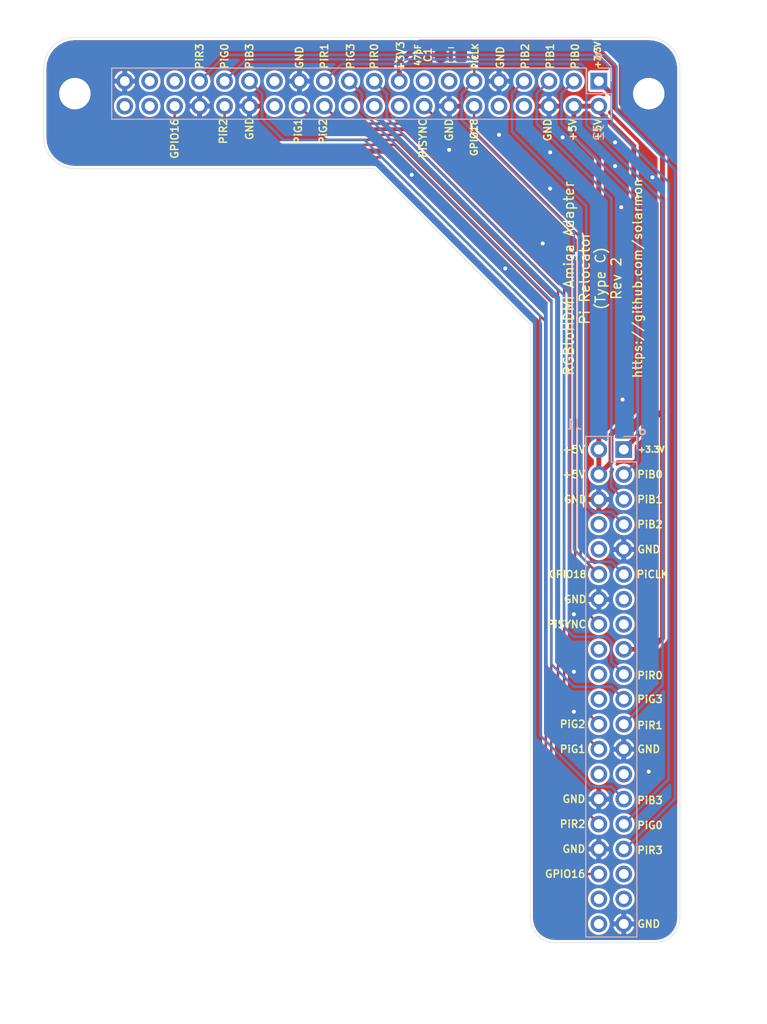
<source format=kicad_pcb>
(kicad_pcb (version 20171130) (host pcbnew "(5.1.9)-1")
  (title_block (title "RGBtoHDMI Amiga Adapter - Pi Relocator Type C Rev 2") (date 2021-02-23) (rev 2))
  (layers (0 F.Cu signal) (31 B.Cu signal) (34 B.Paste user) (35 F.Paste user) (36 B.SilkS user) (37 F.SilkS user) (38 B.Mask user) (39 F.Mask user) (44 Edge.Cuts user))
  (net 0 "")
  (net 1 GND)
  (net 2 "Net-(J1-Pad40)")
  (net 3 "Net-(J1-Pad38)")
  (net 4 "Net-(J1-Pad37)")
  (net 5 "Net-(J1-Pad35)")
  (net 6 "Net-(J1-Pad28)")
  (net 7 "Net-(J1-Pad27)")
  (net 8 "Net-(J1-Pad22)")
  (net 9 "Net-(J1-Pad20)")
  (net 10 "Net-(J1-Pad18)")
  (net 11 "Net-(J1-Pad10)")
  (net 12 "Net-(J1-Pad8)")
  (net 13 "Net-(J2-Pad40)")
  (net 14 "Net-(J2-Pad38)")
  (net 15 "Net-(J2-Pad37)")
  (net 16 "Net-(J2-Pad35)")
  (net 17 "Net-(J2-Pad28)")
  (net 18 "Net-(J2-Pad27)")
  (net 19 "Net-(J2-Pad22)")
  (net 20 "Net-(J2-Pad20)")
  (net 21 "Net-(J2-Pad18)")
  (net 22 "Net-(J2-Pad15)")
  (net 23 "Net-(J2-Pad13)")
  (net 24 "Net-(J2-Pad10)")
  (net 25 "Net-(J2-Pad8)")
  (net 26 "Net-(J1-Pad15)")
  (net 27 "Net-(J1-Pad13)")
  (net 28 +5V)
  (net 29 GPIO16)
  (net 30 PiR3)
  (net 31 PiR2)
  (net 32 PiG0)
  (net 33 PiB3)
  (net 34 PiG1)
  (net 35 PiG2)
  (net 36 PiR1)
  (net 37 PiG3)
  (net 38 PiR0)
  (net 39 PiSYNC)
  (net 40 GPIO18)
  (net 41 PiCLK)
  (net 42 PiB2)
  (net 43 PiB1)
  (net 44 PiB0)
  (net 45 +3V3)
  (module Capacitor_SMD:C_0805_2012Metric_Pad1.18x1.45mm_HandSolder (layer F.Cu) (at 117.6655 67.818)
    (fp_text reference C1 (at -2.3495 0 90) (layer F.SilkS) (effects (font (size 0.75 0.75))))
    (fp_text value 47pF (at -3.3655 0 90) (layer F.SilkS) (effects (font (size 0.6 0.6))))
    (fp_line (start -0.261252 -0.735) (end 0.261252 -0.735) (layer F.SilkS) (width 0.12))
    (fp_line (start -0.261252 0.735) (end 0.261252 0.735) (layer F.SilkS) (width 0.12))
    (pad 2 smd roundrect (at 1.0375 0) (size 1.175 1.45) (layers F.Cu F.Paste F.Mask) (roundrect_rratio 0.2127659574468085) (net 41 PiCLK))
    (pad 1 smd roundrect (at -1.0375 0) (size 1.175 1.45) (layers F.Cu F.Paste F.Mask) (roundrect_rratio 0.2127659574468085) (net 1 GND))
  )
  (module Connector_PinSocket_2.54mm:PinSocket_2x20_P2.54mm_Vertical (layer B.Cu) (at 132.715 70.485 90)
    (fp_text reference J2 (at -5.207 0 90) (layer B.SilkS) (effects (justify mirror)))
    (fp_text value Conn_02x20_Odd_Even hide)
    (fp_line (start -3.87 1.27) (end -1.27 1.27) (layer B.SilkS) (width 0.12))
    (fp_line (start -3.87 1.27) (end -3.87 -49.59) (layer B.SilkS) (width 0.12))
    (fp_line (start -3.87 -49.59) (end 1.33 -49.59) (layer B.SilkS) (width 0.12))
    (fp_line (start 1.33 -1.27) (end 1.33 -49.59) (layer B.SilkS) (width 0.12))
    (fp_line (start -1.27 -1.27) (end 1.33 -1.27) (layer B.SilkS) (width 0.12))
    (fp_line (start -1.27 1.27) (end -1.27 -1.27) (layer B.SilkS) (width 0.12))
    (fp_line (start 1.33 1.27) (end 1.33 -0.06) (layer B.SilkS) (width 0.12))
    (fp_line (start 0 1.27) (end 1.33 1.27) (layer B.SilkS) (width 0.12))
    (pad 40 thru_hole oval (at -2.54 -48.26 90) (size 1.7 1.7) (drill 1) (layers *.Cu *.Mask) (net 13 "Net-(J2-Pad40)"))
    (pad 39 thru_hole oval (at 0 -48.26 90) (size 1.7 1.7) (drill 1) (layers *.Cu *.Mask) (net 1 GND))
    (pad 38 thru_hole oval (at -2.54 -45.72 90) (size 1.7 1.7) (drill 1) (layers *.Cu *.Mask) (net 14 "Net-(J2-Pad38)"))
    (pad 37 thru_hole oval (at 0 -45.72 90) (size 1.7 1.7) (drill 1) (layers *.Cu *.Mask) (net 15 "Net-(J2-Pad37)"))
    (pad 36 thru_hole oval (at -2.54 -43.18 90) (size 1.7 1.7) (drill 1) (layers *.Cu *.Mask) (net 29 GPIO16))
    (pad 35 thru_hole oval (at 0 -43.18 90) (size 1.7 1.7) (drill 1) (layers *.Cu *.Mask) (net 16 "Net-(J2-Pad35)"))
    (pad 34 thru_hole oval (at -2.54 -40.64 90) (size 1.7 1.7) (drill 1) (layers *.Cu *.Mask) (net 1 GND))
    (pad 33 thru_hole oval (at 0 -40.64 90) (size 1.7 1.7) (drill 1) (layers *.Cu *.Mask) (net 30 PiR3))
    (pad 32 thru_hole oval (at -2.54 -38.1 90) (size 1.7 1.7) (drill 1) (layers *.Cu *.Mask) (net 31 PiR2))
    (pad 31 thru_hole oval (at 0 -38.1 90) (size 1.7 1.7) (drill 1) (layers *.Cu *.Mask) (net 32 PiG0))
    (pad 30 thru_hole oval (at -2.54 -35.56 90) (size 1.7 1.7) (drill 1) (layers *.Cu *.Mask) (net 1 GND))
    (pad 29 thru_hole oval (at 0 -35.56 90) (size 1.7 1.7) (drill 1) (layers *.Cu *.Mask) (net 33 PiB3))
    (pad 28 thru_hole oval (at -2.54 -33.02 90) (size 1.7 1.7) (drill 1) (layers *.Cu *.Mask) (net 17 "Net-(J2-Pad28)"))
    (pad 27 thru_hole oval (at 0 -33.02 90) (size 1.7 1.7) (drill 1) (layers *.Cu *.Mask) (net 18 "Net-(J2-Pad27)"))
    (pad 26 thru_hole oval (at -2.54 -30.48 90) (size 1.7 1.7) (drill 1) (layers *.Cu *.Mask) (net 34 PiG1))
    (pad 25 thru_hole oval (at 0 -30.48 90) (size 1.7 1.7) (drill 1) (layers *.Cu *.Mask) (net 1 GND))
    (pad 24 thru_hole oval (at -2.54 -27.94 90) (size 1.7 1.7) (drill 1) (layers *.Cu *.Mask) (net 35 PiG2))
    (pad 23 thru_hole oval (at 0 -27.94 90) (size 1.7 1.7) (drill 1) (layers *.Cu *.Mask) (net 36 PiR1))
    (pad 22 thru_hole oval (at -2.54 -25.4 90) (size 1.7 1.7) (drill 1) (layers *.Cu *.Mask) (net 19 "Net-(J2-Pad22)"))
    (pad 21 thru_hole oval (at 0 -25.4 90) (size 1.7 1.7) (drill 1) (layers *.Cu *.Mask) (net 37 PiG3))
    (pad 20 thru_hole oval (at -2.54 -22.86 90) (size 1.7 1.7) (drill 1) (layers *.Cu *.Mask) (net 20 "Net-(J2-Pad20)"))
    (pad 19 thru_hole oval (at 0 -22.86 90) (size 1.7 1.7) (drill 1) (layers *.Cu *.Mask) (net 38 PiR0))
    (pad 18 thru_hole oval (at -2.54 -20.32 90) (size 1.7 1.7) (drill 1) (layers *.Cu *.Mask) (net 21 "Net-(J2-Pad18)"))
    (pad 17 thru_hole oval (at 0 -20.32 90) (size 1.7 1.7) (drill 1) (layers *.Cu *.Mask) (net 45 +3V3))
    (pad 16 thru_hole oval (at -2.54 -17.78 90) (size 1.7 1.7) (drill 1) (layers *.Cu *.Mask) (net 39 PiSYNC))
    (pad 15 thru_hole oval (at 0 -17.78 90) (size 1.7 1.7) (drill 1) (layers *.Cu *.Mask) (net 22 "Net-(J2-Pad15)"))
    (pad 14 thru_hole oval (at -2.54 -15.24 90) (size 1.7 1.7) (drill 1) (layers *.Cu *.Mask) (net 1 GND))
    (pad 13 thru_hole oval (at 0 -15.24 90) (size 1.7 1.7) (drill 1) (layers *.Cu *.Mask) (net 23 "Net-(J2-Pad13)"))
    (pad 12 thru_hole oval (at -2.54 -12.7 90) (size 1.7 1.7) (drill 1) (layers *.Cu *.Mask) (net 40 GPIO18))
    (pad 11 thru_hole oval (at 0 -12.7 90) (size 1.7 1.7) (drill 1) (layers *.Cu *.Mask) (net 41 PiCLK))
    (pad 10 thru_hole oval (at -2.54 -10.16 90) (size 1.7 1.7) (drill 1) (layers *.Cu *.Mask) (net 24 "Net-(J2-Pad10)"))
    (pad 9 thru_hole oval (at 0 -10.16 90) (size 1.7 1.7) (drill 1) (layers *.Cu *.Mask) (net 1 GND))
    (pad 8 thru_hole oval (at -2.54 -7.62 90) (size 1.7 1.7) (drill 1) (layers *.Cu *.Mask) (net 25 "Net-(J2-Pad8)"))
    (pad 7 thru_hole oval (at 0 -7.62 90) (size 1.7 1.7) (drill 1) (layers *.Cu *.Mask) (net 42 PiB2))
    (pad 6 thru_hole oval (at -2.54 -5.08 90) (size 1.7 1.7) (drill 1) (layers *.Cu *.Mask) (net 1 GND))
    (pad 5 thru_hole oval (at 0 -5.08 90) (size 1.7 1.7) (drill 1) (layers *.Cu *.Mask) (net 43 PiB1))
    (pad 4 thru_hole oval (at -2.54 -2.54 90) (size 1.7 1.7) (drill 1) (layers *.Cu *.Mask) (net 28 +5V))
    (pad 3 thru_hole oval (at 0 -2.54 90) (size 1.7 1.7) (drill 1) (layers *.Cu *.Mask) (net 44 PiB0))
    (pad 2 thru_hole oval (at -2.54 0 90) (size 1.7 1.7) (drill 1) (layers *.Cu *.Mask) (net 28 +5V))
    (pad 1 thru_hole rect (at 0 0 90) (size 1.7 1.7) (drill 1) (layers *.Cu *.Mask) (net 45 +3V3))
  )
  (module MountingHole:MountingHole_3.2mm_M3_ISO7380_Pad (layer F.Cu) (at 137.795 71.755)
    (fp_text reference H2 hide)
    (fp_text value MountingHole_Pad hide)
    (pad 1 thru_hole circle (at 0 0) (size 5.7 5.7) (drill 3.2) (layers *.Cu *.Mask) (net 1 GND))
  )
  (module MountingHole:MountingHole_3.2mm_M3_ISO7380_Pad (layer F.Cu) (at 79.375 71.755)
    (fp_text reference H1 hide)
    (fp_text value MountingHole_Pad hide)
    (pad 1 thru_hole circle (at 0 0) (size 5.7 5.7) (drill 3.2) (layers *.Cu *.Mask) (net 1 GND))
  )
  (module Connector_PinHeader_2.54mm:PinHeader_2x20_P2.54mm_Vertical (layer B.Cu) (at 135.255 107.95 180)
    (fp_text reference J1 (at 5.08 2.54) (layer B.SilkS) (effects (justify mirror)))
    (fp_text value Conn_02x20_Odd_Even)
    (fp_line (start -1.33 -49.59) (end 3.87 -49.59) (layer B.SilkS) (width 0.12))
    (fp_line (start -1.33 -1.27) (end -1.33 -49.59) (layer B.SilkS) (width 0.12))
    (fp_line (start 3.87 1.33) (end 3.87 -49.59) (layer B.SilkS) (width 0.12))
    (fp_line (start -1.33 -1.27) (end 1.27 -1.27) (layer B.SilkS) (width 0.12))
    (fp_line (start 1.27 -1.27) (end 1.27 1.33) (layer B.SilkS) (width 0.12))
    (fp_line (start 1.27 1.33) (end 3.87 1.33) (layer B.SilkS) (width 0.12))
    (fp_line (start -1.33 0) (end -1.33 1.33) (layer B.SilkS) (width 0.12))
    (fp_line (start -1.33 1.33) (end 0 1.33) (layer B.SilkS) (width 0.12))
    (pad 40 thru_hole oval (at 2.54 -48.26 180) (size 1.7 1.7) (drill 1) (layers *.Cu *.Mask) (net 2 "Net-(J1-Pad40)"))
    (pad 39 thru_hole oval (at 0 -48.26 180) (size 1.7 1.7) (drill 1) (layers *.Cu *.Mask) (net 1 GND))
    (pad 38 thru_hole oval (at 2.54 -45.72 180) (size 1.7 1.7) (drill 1) (layers *.Cu *.Mask) (net 3 "Net-(J1-Pad38)"))
    (pad 37 thru_hole oval (at 0 -45.72 180) (size 1.7 1.7) (drill 1) (layers *.Cu *.Mask) (net 4 "Net-(J1-Pad37)"))
    (pad 36 thru_hole oval (at 2.54 -43.18 180) (size 1.7 1.7) (drill 1) (layers *.Cu *.Mask) (net 29 GPIO16))
    (pad 35 thru_hole oval (at 0 -43.18 180) (size 1.7 1.7) (drill 1) (layers *.Cu *.Mask) (net 5 "Net-(J1-Pad35)"))
    (pad 34 thru_hole oval (at 2.54 -40.64 180) (size 1.7 1.7) (drill 1) (layers *.Cu *.Mask) (net 1 GND))
    (pad 33 thru_hole oval (at 0 -40.64 180) (size 1.7 1.7) (drill 1) (layers *.Cu *.Mask) (net 30 PiR3))
    (pad 32 thru_hole oval (at 2.54 -38.1 180) (size 1.7 1.7) (drill 1) (layers *.Cu *.Mask) (net 31 PiR2))
    (pad 31 thru_hole oval (at 0 -38.1 180) (size 1.7 1.7) (drill 1) (layers *.Cu *.Mask) (net 32 PiG0))
    (pad 30 thru_hole oval (at 2.54 -35.56 180) (size 1.7 1.7) (drill 1) (layers *.Cu *.Mask) (net 1 GND))
    (pad 29 thru_hole oval (at 0 -35.56 180) (size 1.7 1.7) (drill 1) (layers *.Cu *.Mask) (net 33 PiB3))
    (pad 28 thru_hole oval (at 2.54 -33.02 180) (size 1.7 1.7) (drill 1) (layers *.Cu *.Mask) (net 6 "Net-(J1-Pad28)"))
    (pad 27 thru_hole oval (at 0 -33.02 180) (size 1.7 1.7) (drill 1) (layers *.Cu *.Mask) (net 7 "Net-(J1-Pad27)"))
    (pad 26 thru_hole oval (at 2.54 -30.48 180) (size 1.7 1.7) (drill 1) (layers *.Cu *.Mask) (net 34 PiG1))
    (pad 25 thru_hole oval (at 0 -30.48 180) (size 1.7 1.7) (drill 1) (layers *.Cu *.Mask) (net 1 GND))
    (pad 24 thru_hole oval (at 2.54 -27.94 180) (size 1.7 1.7) (drill 1) (layers *.Cu *.Mask) (net 35 PiG2))
    (pad 23 thru_hole oval (at 0 -27.94 180) (size 1.7 1.7) (drill 1) (layers *.Cu *.Mask) (net 36 PiR1))
    (pad 22 thru_hole oval (at 2.54 -25.4 180) (size 1.7 1.7) (drill 1) (layers *.Cu *.Mask) (net 8 "Net-(J1-Pad22)"))
    (pad 21 thru_hole oval (at 0 -25.4 180) (size 1.7 1.7) (drill 1) (layers *.Cu *.Mask) (net 37 PiG3))
    (pad 20 thru_hole oval (at 2.54 -22.86 180) (size 1.7 1.7) (drill 1) (layers *.Cu *.Mask) (net 9 "Net-(J1-Pad20)"))
    (pad 19 thru_hole oval (at 0 -22.86 180) (size 1.7 1.7) (drill 1) (layers *.Cu *.Mask) (net 38 PiR0))
    (pad 18 thru_hole oval (at 2.54 -20.32 180) (size 1.7 1.7) (drill 1) (layers *.Cu *.Mask) (net 10 "Net-(J1-Pad18)"))
    (pad 17 thru_hole oval (at 0 -20.32 180) (size 1.7 1.7) (drill 1) (layers *.Cu *.Mask) (net 45 +3V3))
    (pad 16 thru_hole oval (at 2.54 -17.78 180) (size 1.7 1.7) (drill 1) (layers *.Cu *.Mask) (net 39 PiSYNC))
    (pad 15 thru_hole oval (at 0 -17.78 180) (size 1.7 1.7) (drill 1) (layers *.Cu *.Mask) (net 26 "Net-(J1-Pad15)"))
    (pad 14 thru_hole oval (at 2.54 -15.24 180) (size 1.7 1.7) (drill 1) (layers *.Cu *.Mask) (net 1 GND))
    (pad 13 thru_hole oval (at 0 -15.24 180) (size 1.7 1.7) (drill 1) (layers *.Cu *.Mask) (net 27 "Net-(J1-Pad13)"))
    (pad 12 thru_hole oval (at 2.54 -12.7 180) (size 1.7 1.7) (drill 1) (layers *.Cu *.Mask) (net 40 GPIO18))
    (pad 11 thru_hole oval (at 0 -12.7 180) (size 1.7 1.7) (drill 1) (layers *.Cu *.Mask) (net 41 PiCLK))
    (pad 10 thru_hole oval (at 2.54 -10.16 180) (size 1.7 1.7) (drill 1) (layers *.Cu *.Mask) (net 11 "Net-(J1-Pad10)"))
    (pad 9 thru_hole oval (at 0 -10.16 180) (size 1.7 1.7) (drill 1) (layers *.Cu *.Mask) (net 1 GND))
    (pad 8 thru_hole oval (at 2.54 -7.62 180) (size 1.7 1.7) (drill 1) (layers *.Cu *.Mask) (net 12 "Net-(J1-Pad8)"))
    (pad 7 thru_hole oval (at 0 -7.62 180) (size 1.7 1.7) (drill 1) (layers *.Cu *.Mask) (net 42 PiB2))
    (pad 6 thru_hole oval (at 2.54 -5.08 180) (size 1.7 1.7) (drill 1) (layers *.Cu *.Mask) (net 1 GND))
    (pad 5 thru_hole oval (at 0 -5.08 180) (size 1.7 1.7) (drill 1) (layers *.Cu *.Mask) (net 43 PiB1))
    (pad 4 thru_hole oval (at 2.54 -2.54 180) (size 1.7 1.7) (drill 1) (layers *.Cu *.Mask) (net 28 +5V))
    (pad 3 thru_hole oval (at 0 -2.54 180) (size 1.7 1.7) (drill 1) (layers *.Cu *.Mask) (net 44 PiB0))
    (pad 2 thru_hole oval (at 2.54 0 180) (size 1.7 1.7) (drill 1) (layers *.Cu *.Mask) (net 28 +5V))
    (pad 1 thru_hole rect (at 0 0 180) (size 1.7 1.7) (drill 1) (layers *.Cu *.Mask) (net 45 +3V3))
  )
  (gr_text +3V3 (at 112.522 67.945 90) (layer F.SilkS) (effects (font (size 0.75 0.75))))
  (gr_text +3.3V (at 138.049 107.95) (layer F.SilkS) (effects (font (size 0.6 0.6))))
  (gr_text GND (at 130.302 123.19) (layer F.SilkS) (effects (font (size 0.75 0.75))))
  (gr_text GND (at 137.795 138.43) (layer F.SilkS) (effects (font (size 0.75 0.75))))
  (gr_text GND (at 130.175 143.51) (layer F.SilkS) (effects (font (size 0.75 0.75))))
  (gr_text GND (at 137.795 156.21) (layer F.SilkS) (effects (font (size 0.75 0.75))))
  (gr_text GND (at 130.175 148.59) (layer F.SilkS) (effects (font (size 0.75 0.75))))
  (gr_text GND (at 102.235 68.072 90) (layer F.SilkS) (effects (font (size 0.75 0.75))))
  (gr_text GND (at 97.155 75.311 90) (layer F.SilkS) (effects (font (size 0.75 0.75))))
  (gr_text GND (at 117.475 75.438 90) (layer F.SilkS) (effects (font (size 0.75 0.75))))
  (gr_text +3.3V (at 132.588 67.818 90) (layer F.SilkS) (effects (font (size 0.6 0.6))))
  (gr_line (start 109.855 79.375) (end 125.73 95.25) (layer Edge.Cuts) (width 0.05))
  (gr_text GPIO16 (at 89.535 76.327 90) (layer F.SilkS) (effects (font (size 0.75 0.75))))
  (gr_line (start 76.2 69.215) (end 76.2 76.2) (layer Edge.Cuts) (width 0.05))
  (gr_arc (start 79.375 76.2) (end 76.2 76.2) (angle -90) (layer Edge.Cuts) (width 0.05))
  (gr_line (start 109.855 79.375) (end 79.375 79.375) (layer Edge.Cuts) (width 0.05))
  (gr_text GND (at 127.508 75.438 90) (layer F.SilkS) (effects (font (size 0.75 0.75))))
  (gr_text +5V (at 130.048 75.438 90) (layer F.SilkS) (effects (font (size 0.75 0.75))))
  (gr_text +5V (at 132.588 75.438 90) (layer F.SilkS) (effects (font (size 0.75 0.75))))
  (gr_text GPIO18 (at 120.015 76.2 90) (layer F.SilkS) (effects (font (size 0.7 0.7))))
  (gr_text PiSYNC (at 114.808 76.295143 90) (layer F.SilkS) (effects (font (size 0.75 0.75))))
  (gr_text PiG2 (at 104.648 75.580857 90) (layer F.SilkS) (effects (font (size 0.75 0.75))))
  (gr_text PiG1 (at 102.108 75.580857 90) (layer F.SilkS) (effects (font (size 0.75 0.75))))
  (gr_text PiR2 (at 94.488 75.580857 90) (layer F.SilkS) (effects (font (size 0.75 0.75))))
  (gr_text PiB0 (at 130.302 67.945 90) (layer F.SilkS) (effects (font (size 0.75 0.75))))
  (gr_text PiB1 (at 127.762 67.945 90) (layer F.SilkS) (effects (font (size 0.75 0.75))))
  (gr_text PiCLK (at 120.142 67.945 90) (layer F.SilkS) (effects (font (size 0.6 0.6))))
  (gr_text GND (at 122.682 68.087858 90) (layer F.SilkS) (effects (font (size 0.75 0.75))))
  (gr_text PiB2 (at 125.222 67.945 90) (layer F.SilkS) (effects (font (size 0.75 0.75))))
  (gr_text PiR3 (at 92.075 67.945 90) (layer F.SilkS) (effects (font (size 0.75 0.75))))
  (gr_text PiR1 (at 104.775 67.945 90) (layer F.SilkS) (effects (font (size 0.75 0.75))))
  (gr_text PiR0 (at 109.855 67.945 90) (layer F.SilkS) (effects (font (size 0.75 0.75))))
  (gr_text PiG3 (at 107.442 67.945 90) (layer F.SilkS) (effects (font (size 0.75 0.75))))
  (gr_text PiG0 (at 94.615 67.945 90) (layer F.SilkS) (effects (font (size 0.75 0.75))))
  (gr_text PiB3 (at 97.155 67.945 90) (layer F.SilkS) (effects (font (size 0.75 0.75))))
  (gr_text GPIO16 (at 129.286 151.13) (layer F.SilkS) (effects (font (size 0.75 0.75))))
  (gr_text PiR3 (at 137.922 148.717) (layer F.SilkS) (effects (font (size 0.75 0.75))))
  (gr_text PiR2 (at 130.048 146.05) (layer F.SilkS) (effects (font (size 0.75 0.75))))
  (gr_text PiG0 (at 137.922 146.177) (layer F.SilkS) (effects (font (size 0.75 0.75))))
  (gr_text PiB3 (at 137.922 143.637) (layer F.SilkS) (effects (font (size 0.75 0.75))))
  (gr_text PiG1 (at 130.048 138.43) (layer F.SilkS) (effects (font (size 0.75 0.75))))
  (gr_text PiG2 (at 130.048 135.89) (layer F.SilkS) (effects (font (size 0.75 0.75))))
  (gr_text PiR1 (at 137.922 136.017) (layer F.SilkS) (effects (font (size 0.75 0.75))))
  (gr_text PiG3 (at 137.922 133.35) (layer F.SilkS) (effects (font (size 0.75 0.75))))
  (gr_text PiR0 (at 137.922 130.937) (layer F.SilkS) (effects (font (size 0.75 0.75))))
  (gr_text PiSYNC (at 129.413 125.73) (layer F.SilkS) (effects (font (size 0.75 0.75))))
  (gr_text GPIO18 (at 129.54 120.65) (layer F.SilkS) (effects (font (size 0.7 0.7))))
  (gr_text PiCLK (at 138.176 120.65) (layer F.SilkS) (effects (font (size 0.75 0.75))))
  (gr_text GND (at 137.795 118.11) (layer F.SilkS) (effects (font (size 0.75 0.75))))
  (gr_text PiB2 (at 137.922 115.57) (layer F.SilkS) (effects (font (size 0.75 0.75))))
  (gr_text PiB0 (at 137.922 110.49) (layer F.SilkS) (effects (font (size 0.75 0.75))))
  (gr_text PiB1 (at 137.922 113.03) (layer F.SilkS) (effects (font (size 0.75 0.75))))
  (gr_text GND (at 130.302 113.03) (layer F.SilkS) (effects (font (size 0.75 0.75))))
  (gr_text +5V (at 130.175 110.49) (layer F.SilkS) (effects (font (size 0.75 0.75))))
  (gr_text +5V (at 130.175 107.95) (layer F.SilkS) (effects (font (size 0.75 0.75))))
  (gr_circle (center 132.715 67.945) (end 132.969 67.945) (layer B.SilkS) (width 0.2))
  (gr_arc (start 128.27 155.575) (end 125.73 155.575) (angle -90) (layer Edge.Cuts) (width 0.05))
  (gr_line (start 128.27 158.115) (end 138.43 158.115) (layer Edge.Cuts) (width 0.05))
  (gr_line (start 125.73 95.25) (end 125.73 155.575) (layer Edge.Cuts) (width 0.05))
  (gr_line (start 137.795 66.04) (end 79.375 66.04) (layer Edge.Cuts) (width 0.05))
  (gr_arc (start 79.375 69.215) (end 79.375 66.04) (angle -90) (layer Edge.Cuts) (width 0.05))
  (gr_text https://github.com/solarmon (at 136.652 90.551 90) (layer F.SilkS) (effects (font (size 0.9 0.9))))
  (gr_circle (center 137.16 106.172) (end 137.414 106.172) (layer B.SilkS) (width 0.2))
  (gr_text "RGBtoHDMI Amiga Adapter\nPi Relocator\n(Type C)\nRev 2" (at 132.08 90.551 90) (layer F.SilkS) (effects (font (size 1 1))))
  (gr_arc (start 137.795 69.215) (end 140.97 69.215) (angle -90) (layer Edge.Cuts) (width 0.05))
  (gr_arc (start 138.43 155.575) (end 138.43 158.115) (angle -90) (layer Edge.Cuts) (width 0.05))
  (gr_line (start 140.97 155.575) (end 140.97 69.215) (layer Edge.Cuts) (width 0.05))
  (via (at 130.175 134.62) (size 0.8) (drill 0.4) (layers F.Cu B.Cu) (net 1))
  (via (at 130.175 124.714) (size 0.8) (drill 0.4) (layers F.Cu B.Cu) (net 1))
  (via (at 135.128 102.87) (size 1) (drill 0.4) (layers F.Cu B.Cu) (net 1))
  (via (at 127 86.995) (size 1) (drill 0.4) (layers F.Cu B.Cu) (net 1))
  (via (at 117.475 77.47) (size 1) (drill 0.4) (layers F.Cu B.Cu) (net 1))
  (via (at 135.001 83.312) (size 1) (drill 0.4) (layers F.Cu B.Cu) (net 1))
  (via (at 137.795 140.716) (size 1) (drill 0.4) (layers F.Cu B.Cu) (net 1))
  (via (at 123.19 89.535) (size 0.8) (drill 0.4) (layers F.Cu B.Cu) (net 1))
  (via (at 113.665 80.01) (size 0.8) (drill 0.4) (layers F.Cu B.Cu) (net 1))
  (via (at 127.762 77.724) (size 0.8) (drill 0.4) (layers F.Cu B.Cu) (net 1))
  (via (at 134.366 76.708) (size 0.8) (drill 0.4) (layers F.Cu B.Cu) (net 1))
  (via (at 138.176 80.264) (size 0.8) (drill 0.4) (layers F.Cu B.Cu) (net 1))
  (via (at 129.032 76.2) (size 0.8) (drill 0.4) (layers F.Cu B.Cu) (net 1))
  (via (at 122.555 75.946) (size 0.8) (drill 0.4) (layers F.Cu B.Cu) (net 1))
  (via (at 127.762 81.407) (size 0.8) (drill 0.4) (layers F.Cu B.Cu) (net 1))
  (via (at 130.175 130.556) (size 0.8) (drill 0.4) (layers F.Cu B.Cu) (net 1))
  (via (at 134.366 79.121) (size 0.8) (drill 0.4) (layers F.Cu B.Cu) (net 1))
  (segment (start 132.715 107.95) (end 132.715 110.49) (width 0.5) (layer F.Cu) (net 28))
  (segment (start 132.715 73.025) (end 130.175 73.025) (width 0.5) (layer F.Cu) (net 28))
  (segment (start 130.175 75.565) (end 130.175 73.025) (width 0.5) (layer F.Cu) (net 28))
  (segment (start 132.715 78.105) (end 130.175 75.565) (width 0.5) (layer F.Cu) (net 28))
  (segment (start 132.715 107.95) (end 132.715 78.105) (width 0.5) (layer F.Cu) (net 28))
  (segment (start 132.715 73.533) (end 132.715 73.025) (width 0.5) (layer F.Cu) (net 28))
  (segment (start 136.271 77.089) (end 132.715 73.533) (width 0.5) (layer F.Cu) (net 28))
  (segment (start 136.271 104.14) (end 136.271 77.089) (width 0.5) (layer F.Cu) (net 28))
  (segment (start 133.954999 109.250001) (end 133.954999 106.456001) (width 0.5) (layer F.Cu) (net 28))
  (segment (start 133.954999 106.456001) (end 136.271 104.14) (width 0.5) (layer F.Cu) (net 28))
  (segment (start 132.715 110.49) (end 133.954999 109.250001) (width 0.5) (layer F.Cu) (net 28))
  (segment (start 92.329 78.232) (end 89.535 75.438) (width 0.25) (layer F.Cu) (net 29))
  (segment (start 110.617 78.232) (end 92.329 78.232) (width 0.25) (layer F.Cu) (net 29))
  (segment (start 89.535 75.438) (end 89.535 73.025) (width 0.25) (layer F.Cu) (net 29))
  (segment (start 127.315345 94.930345) (end 110.617 78.232) (width 0.25) (layer F.Cu) (net 29))
  (segment (start 127.315345 148.525756) (end 127.315345 94.930345) (width 0.25) (layer F.Cu) (net 29))
  (segment (start 129.919589 151.13) (end 127.315345 148.525756) (width 0.25) (layer F.Cu) (net 29))
  (segment (start 132.715 151.13) (end 129.919589 151.13) (width 0.25) (layer F.Cu) (net 29))
  (segment (start 94.742 67.818) (end 92.075 70.485) (width 0.25) (layer B.Cu) (net 30))
  (segment (start 133.35 67.818) (end 94.742 67.818) (width 0.25) (layer B.Cu) (net 30))
  (segment (start 134.5184 68.9864) (end 133.35 67.818) (width 0.25) (layer B.Cu) (net 30))
  (segment (start 134.5184 73.5584) (end 134.5184 68.9864) (width 0.25) (layer B.Cu) (net 30))
  (segment (start 140.462 79.502) (end 134.5184 73.5584) (width 0.25) (layer B.Cu) (net 30))
  (segment (start 140.462 143.51) (end 140.462 79.502) (width 0.25) (layer B.Cu) (net 30))
  (segment (start 135.382 148.59) (end 140.462 143.51) (width 0.25) (layer B.Cu) (net 30))
  (segment (start 135.255 148.59) (end 135.382 148.59) (width 0.25) (layer B.Cu) (net 30))
  (segment (start 94.615 75.184) (end 94.615 73.025) (width 0.25) (layer F.Cu) (net 31))
  (segment (start 96.393 76.962) (end 94.615 75.184) (width 0.25) (layer F.Cu) (net 31))
  (segment (start 111.887 76.962) (end 96.393 76.962) (width 0.25) (layer F.Cu) (net 31))
  (segment (start 127.870791 92.945791) (end 111.887 76.962) (width 0.25) (layer F.Cu) (net 31))
  (segment (start 127.870791 141.205791) (end 127.870791 92.945791) (width 0.25) (layer F.Cu) (net 31))
  (segment (start 132.715 146.05) (end 127.870791 141.205791) (width 0.25) (layer F.Cu) (net 31))
  (segment (start 96.831989 68.268011) (end 94.615 70.485) (width 0.25) (layer B.Cu) (net 32))
  (segment (start 133.038011 68.268011) (end 96.831989 68.268011) (width 0.25) (layer B.Cu) (net 32))
  (segment (start 134.0104 74.9554) (end 134.0104 69.2404) (width 0.25) (layer B.Cu) (net 32))
  (segment (start 134.0104 69.2404) (end 133.038011 68.268011) (width 0.25) (layer B.Cu) (net 32))
  (segment (start 139.827 80.772) (end 134.0104 74.9554) (width 0.25) (layer B.Cu) (net 32))
  (segment (start 139.827 141.478) (end 139.827 80.772) (width 0.25) (layer B.Cu) (net 32))
  (segment (start 135.255 146.05) (end 139.827 141.478) (width 0.25) (layer B.Cu) (net 32))
  (segment (start 98.425 74.295) (end 98.425 71.755) (width 0.25) (layer B.Cu) (net 33))
  (segment (start 98.425 71.755) (end 97.155 70.485) (width 0.25) (layer B.Cu) (net 33))
  (segment (start 108.839 76.454) (end 100.584 76.454) (width 0.25) (layer B.Cu) (net 33))
  (segment (start 100.584 76.454) (end 98.425 74.295) (width 0.25) (layer B.Cu) (net 33))
  (segment (start 126.746 137.033) (end 126.746 94.361) (width 0.25) (layer B.Cu) (net 33))
  (segment (start 126.746 94.361) (end 108.839 76.454) (width 0.25) (layer B.Cu) (net 33))
  (segment (start 131.953 142.24) (end 126.746 137.033) (width 0.25) (layer B.Cu) (net 33))
  (segment (start 133.985 142.24) (end 131.953 142.24) (width 0.25) (layer B.Cu) (net 33))
  (segment (start 135.255 143.51) (end 133.985 142.24) (width 0.25) (layer B.Cu) (net 33))
  (segment (start 112.776 75.946) (end 105.156 75.946) (width 0.25) (layer F.Cu) (net 34))
  (segment (start 105.156 75.946) (end 102.235 73.025) (width 0.25) (layer F.Cu) (net 34))
  (segment (start 128.556589 91.726589) (end 112.776 75.946) (width 0.25) (layer F.Cu) (net 34))
  (segment (start 128.556589 134.271589) (end 128.556589 91.726589) (width 0.25) (layer F.Cu) (net 34))
  (segment (start 132.715 138.43) (end 128.556589 134.271589) (width 0.25) (layer F.Cu) (net 34))
  (segment (start 106.553 74.803) (end 104.775 73.025) (width 0.25) (layer F.Cu) (net 35))
  (segment (start 113.538 74.803) (end 106.553 74.803) (width 0.25) (layer F.Cu) (net 35))
  (segment (start 129.1844 132.3594) (end 129.1844 90.4494) (width 0.25) (layer F.Cu) (net 35))
  (segment (start 129.1844 90.4494) (end 113.538 74.803) (width 0.25) (layer F.Cu) (net 35))
  (segment (start 132.715 135.89) (end 129.1844 132.3594) (width 0.25) (layer F.Cu) (net 35))
  (segment (start 106.541978 68.718022) (end 104.775 70.485) (width 0.25) (layer B.Cu) (net 36))
  (segment (start 130.871822 68.718022) (end 106.541978 68.718022) (width 0.25) (layer B.Cu) (net 36))
  (segment (start 131.445 69.2912) (end 130.871822 68.718022) (width 0.25) (layer B.Cu) (net 36))
  (segment (start 131.445 74.93) (end 131.445 69.2912) (width 0.25) (layer B.Cu) (net 36))
  (segment (start 139.192 82.677) (end 131.445 74.93) (width 0.25) (layer B.Cu) (net 36))
  (segment (start 139.192 131.953) (end 139.192 82.677) (width 0.25) (layer B.Cu) (net 36))
  (segment (start 135.255 135.89) (end 139.192 131.953) (width 0.25) (layer B.Cu) (net 36))
  (segment (start 108.585 71.755) (end 107.315 70.485) (width 0.25) (layer B.Cu) (net 37))
  (segment (start 108.585 73.494002) (end 108.585 71.755) (width 0.25) (layer B.Cu) (net 37))
  (segment (start 127.889 92.798002) (end 108.585 73.494002) (width 0.25) (layer B.Cu) (net 37))
  (segment (start 127.889 129.794) (end 127.889 92.798002) (width 0.25) (layer B.Cu) (net 37))
  (segment (start 130.175 132.08) (end 127.889 129.794) (width 0.25) (layer B.Cu) (net 37))
  (segment (start 133.985 132.08) (end 130.175 132.08) (width 0.25) (layer B.Cu) (net 37))
  (segment (start 135.255 133.35) (end 133.985 132.08) (width 0.25) (layer B.Cu) (net 37))
  (segment (start 111.125 71.755) (end 109.855 70.485) (width 0.25) (layer B.Cu) (net 38))
  (segment (start 111.125 74.2188) (end 111.125 71.755) (width 0.25) (layer B.Cu) (net 38))
  (segment (start 129.159 92.2528) (end 111.125 74.2188) (width 0.25) (layer B.Cu) (net 38))
  (segment (start 130.175 127) (end 129.159 125.984) (width 0.25) (layer B.Cu) (net 38))
  (segment (start 133.477 127) (end 130.175 127) (width 0.25) (layer B.Cu) (net 38))
  (segment (start 133.985 127.508) (end 133.477 127) (width 0.25) (layer B.Cu) (net 38))
  (segment (start 129.159 125.984) (end 129.159 92.2528) (width 0.25) (layer B.Cu) (net 38))
  (segment (start 133.985 129.54) (end 133.985 127.508) (width 0.25) (layer B.Cu) (net 38))
  (segment (start 135.255 130.81) (end 133.985 129.54) (width 0.25) (layer B.Cu) (net 38))
  (segment (start 132.715 125.73) (end 130.302 123.317) (width 0.25) (layer F.Cu) (net 39))
  (segment (start 130.302 123.317) (end 130.302 106.172) (width 0.25) (layer F.Cu) (net 39))
  (segment (start 130.302 106.172) (end 130.302 106.023829) (width 0.25) (layer F.Cu) (net 39))
  (segment (start 130.302 88.391294) (end 114.935706 73.025) (width 0.25) (layer F.Cu) (net 39))
  (segment (start 114.935706 73.025) (end 114.935 73.025) (width 0.25) (layer F.Cu) (net 39))
  (segment (start 130.302 106.172) (end 130.302 88.391294) (width 0.25) (layer F.Cu) (net 39))
  (segment (start 120.015 75.565) (end 120.015 73.025) (width 0.25) (layer F.Cu) (net 40))
  (segment (start 130.8608 86.4108) (end 120.015 75.565) (width 0.25) (layer F.Cu) (net 40))
  (segment (start 130.8608 118.7958) (end 130.8608 86.4108) (width 0.25) (layer F.Cu) (net 40))
  (segment (start 132.715 120.65) (end 130.8608 118.7958) (width 0.25) (layer F.Cu) (net 40))
  (segment (start 133.985 119.38) (end 135.255 120.65) (width 0.25) (layer B.Cu) (net 41))
  (segment (start 133.731 119.38) (end 133.985 119.38) (width 0.25) (layer B.Cu) (net 41))
  (segment (start 133.858 119.38) (end 133.731 119.38) (width 0.25) (layer B.Cu) (net 41))
  (segment (start 119.165001 71.334999) (end 120.015 70.485) (width 0.25) (layer B.Cu) (net 41))
  (segment (start 118.745 74.422) (end 118.745 71.755) (width 0.25) (layer B.Cu) (net 41))
  (segment (start 130.175 85.852) (end 118.745 74.422) (width 0.25) (layer B.Cu) (net 41))
  (segment (start 130.175 118.11) (end 130.175 85.852) (width 0.25) (layer B.Cu) (net 41))
  (segment (start 118.745 71.755) (end 119.165001 71.334999) (width 0.25) (layer B.Cu) (net 41))
  (segment (start 131.445 119.38) (end 130.175 118.11) (width 0.25) (layer B.Cu) (net 41))
  (segment (start 133.731 119.38) (end 131.445 119.38) (width 0.25) (layer B.Cu) (net 41))
  (segment (start 119.507 67.818) (end 118.703 67.818) (width 0.25) (layer F.Cu) (net 41))
  (segment (start 120.0365 68.3475) (end 119.507 67.818) (width 0.25) (layer F.Cu) (net 41))
  (segment (start 120.0365 70.4635) (end 120.0365 68.3475) (width 0.25) (layer F.Cu) (net 41))
  (segment (start 120.015 70.485) (end 120.0365 70.4635) (width 0.25) (layer F.Cu) (net 41))
  (segment (start 123.8758 75.6158) (end 123.8758 71.7042) (width 0.25) (layer B.Cu) (net 42))
  (segment (start 131.445 83.185) (end 123.8758 75.6158) (width 0.25) (layer B.Cu) (net 42))
  (segment (start 131.445 113.5888) (end 131.445 83.185) (width 0.25) (layer B.Cu) (net 42))
  (segment (start 123.8758 71.7042) (end 125.095 70.485) (width 0.25) (layer B.Cu) (net 42))
  (segment (start 132.1562 114.3) (end 131.445 113.5888) (width 0.25) (layer B.Cu) (net 42))
  (segment (start 133.985 114.3) (end 132.1562 114.3) (width 0.25) (layer B.Cu) (net 42))
  (segment (start 135.255 115.57) (end 133.985 114.3) (width 0.25) (layer B.Cu) (net 42))
  (segment (start 126.3904 71.7296) (end 127.635 70.485) (width 0.25) (layer B.Cu) (net 43))
  (segment (start 126.3904 74.8284) (end 126.3904 71.7296) (width 0.25) (layer B.Cu) (net 43))
  (segment (start 133.985 82.423) (end 126.3904 74.8284) (width 0.25) (layer B.Cu) (net 43))
  (segment (start 133.985 111.76) (end 133.985 82.423) (width 0.25) (layer B.Cu) (net 43))
  (segment (start 135.255 113.03) (end 133.985 111.76) (width 0.25) (layer B.Cu) (net 43))
  (segment (start 128.905 71.755) (end 130.175 70.485) (width 0.25) (layer B.Cu) (net 44))
  (segment (start 128.905 74.803) (end 128.905 71.755) (width 0.25) (layer B.Cu) (net 44))
  (segment (start 136.652 82.55) (end 128.905 74.803) (width 0.25) (layer B.Cu) (net 44))
  (segment (start 136.652 109.093) (end 136.652 82.55) (width 0.25) (layer B.Cu) (net 44))
  (segment (start 135.255 110.49) (end 136.652 109.093) (width 0.25) (layer B.Cu) (net 44))
  (segment (start 134.239 72.009) (end 132.715 70.485) (width 0.5) (layer F.Cu) (net 45))
  (segment (start 139.192 78.036002) (end 134.239 73.083002) (width 0.5) (layer F.Cu) (net 45))
  (segment (start 139.192 104.013) (end 139.192 78.036002) (width 0.5) (layer F.Cu) (net 45))
  (segment (start 135.255 107.95) (end 139.192 104.013) (width 0.5) (layer F.Cu) (net 45))
  (segment (start 134.239 72.517) (end 134.239 72.009) (width 0.5) (layer F.Cu) (net 45))
  (segment (start 134.239 73.083002) (end 134.239 72.517) (width 0.5) (layer F.Cu) (net 45))
  (segment (start 139.192 127.127) (end 139.192 104.013) (width 0.5) (layer F.Cu) (net 45))
  (segment (start 138.049 128.27) (end 139.192 127.127) (width 0.5) (layer F.Cu) (net 45))
  (segment (start 135.255 128.27) (end 138.049 128.27) (width 0.5) (layer F.Cu) (net 45))
  (segment (start 134.239 68.834) (end 134.239 72.517) (width 0.5) (layer F.Cu) (net 45))
  (segment (start 114.52349 66.51501) (end 131.92001 66.51501) (width 0.5) (layer F.Cu) (net 45))
  (segment (start 112.395 68.6435) (end 114.52349 66.51501) (width 0.5) (layer F.Cu) (net 45))
  (segment (start 131.92001 66.51501) (end 134.239 68.834) (width 0.5) (layer F.Cu) (net 45))
  (segment (start 112.395 70.485) (end 112.395 68.6435) (width 0.5) (layer F.Cu) (net 45))
  (zone (net 1) (net_name GND) (layer F.Cu) (connect_pads (clearance 0.254)) (min_thickness 0.254) (fill yes (arc_segments 32) (thermal_gap 0.254) (thermal_bridge_width 0.508) (smoothing fillet) (radius 0.5))
    (polygon (pts (xy 142.24 163.83) (xy 74.295 163.83) (xy 74.295 64.77) (xy 142.24 64.77)))
  )
  (zone (net 1) (net_name GND) (layer B.Cu) (connect_pads (clearance 0.254)) (min_thickness 0.254) (fill yes (arc_segments 32) (thermal_gap 0.254) (thermal_bridge_width 0.508) (smoothing fillet) (radius 0.5))
    (polygon (pts (xy 145.415 166.37) (xy 71.755 166.37) (xy 71.755 62.23) (xy 145.415 62.23)))
  )
)
</source>
